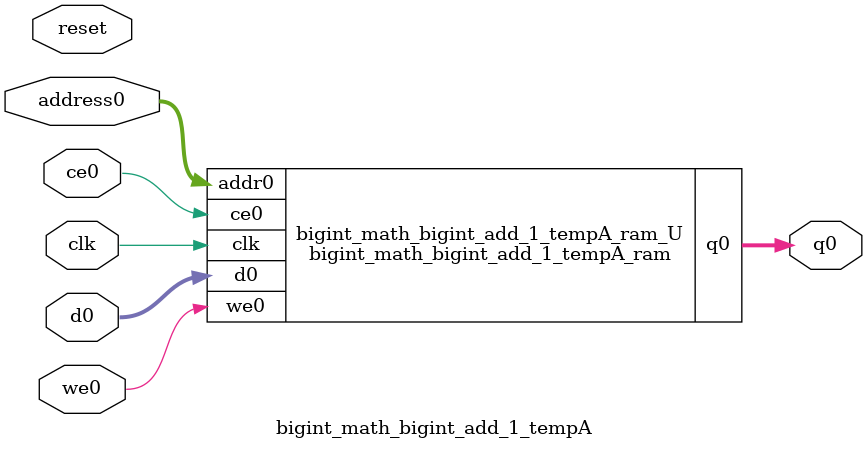
<source format=v>

`timescale 1 ns / 1 ps
module bigint_math_bigint_add_1_tempA_ram (addr0, ce0, d0, we0, q0,  clk);

parameter DWIDTH = 8;
parameter AWIDTH = 8;
parameter MEM_SIZE = 256;

input[AWIDTH-1:0] addr0;
input ce0;
input[DWIDTH-1:0] d0;
input we0;
output reg[DWIDTH-1:0] q0;
input clk;

reg [DWIDTH-1:0] ram[MEM_SIZE-1:0];




always @(posedge clk)  
begin 
    if (ce0) 
    begin
        if (we0) 
        begin 
            ram[addr0] <= d0; 
            q0 <= d0;
        end 
        else 
            q0 <= ram[addr0];
    end
end


endmodule


`timescale 1 ns / 1 ps
module bigint_math_bigint_add_1_tempA(
    reset,
    clk,
    address0,
    ce0,
    we0,
    d0,
    q0);

parameter DataWidth = 32'd8;
parameter AddressRange = 32'd256;
parameter AddressWidth = 32'd8;
input reset;
input clk;
input[AddressWidth - 1:0] address0;
input ce0;
input we0;
input[DataWidth - 1:0] d0;
output[DataWidth - 1:0] q0;



bigint_math_bigint_add_1_tempA_ram bigint_math_bigint_add_1_tempA_ram_U(
    .clk( clk ),
    .addr0( address0 ),
    .ce0( ce0 ),
    .d0( d0 ),
    .we0( we0 ),
    .q0( q0 ));

endmodule


</source>
